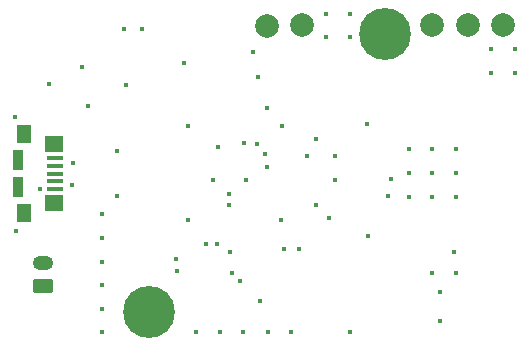
<source format=gbr>
G04 #@! TF.GenerationSoftware,KiCad,Pcbnew,6.0.11-2627ca5db0~126~ubuntu22.04.1*
G04 #@! TF.CreationDate,2023-11-29T16:22:24+00:00*
G04 #@! TF.ProjectId,GeoLoc,47656f4c-6f63-42e6-9b69-6361645f7063,rev?*
G04 #@! TF.SameCoordinates,PX44794c0PY22243c0*
G04 #@! TF.FileFunction,Soldermask,Bot*
G04 #@! TF.FilePolarity,Negative*
%FSLAX45Y45*%
G04 Gerber Fmt 4.5, Leading zero omitted, Abs format (unit mm)*
G04 Created by KiCad (PCBNEW 6.0.11-2627ca5db0~126~ubuntu22.04.1) date 2023-11-29 16:22:24*
%MOMM*%
%LPD*%
G01*
G04 APERTURE LIST*
G04 Aperture macros list*
%AMRoundRect*
0 Rectangle with rounded corners*
0 $1 Rounding radius*
0 $2 $3 $4 $5 $6 $7 $8 $9 X,Y pos of 4 corners*
0 Add a 4 corners polygon primitive as box body*
4,1,4,$2,$3,$4,$5,$6,$7,$8,$9,$2,$3,0*
0 Add four circle primitives for the rounded corners*
1,1,$1+$1,$2,$3*
1,1,$1+$1,$4,$5*
1,1,$1+$1,$6,$7*
1,1,$1+$1,$8,$9*
0 Add four rect primitives between the rounded corners*
20,1,$1+$1,$2,$3,$4,$5,0*
20,1,$1+$1,$4,$5,$6,$7,0*
20,1,$1+$1,$6,$7,$8,$9,0*
20,1,$1+$1,$8,$9,$2,$3,0*%
G04 Aperture macros list end*
%ADD10RoundRect,0.250000X0.625000X-0.350000X0.625000X0.350000X-0.625000X0.350000X-0.625000X-0.350000X0*%
%ADD11O,1.750000X1.200000*%
%ADD12C,4.400000*%
%ADD13R,1.380000X0.450000*%
%ADD14R,0.900000X1.800000*%
%ADD15R,1.300000X1.650000*%
%ADD16R,1.550000X1.425000*%
%ADD17R,0.900000X1.750000*%
%ADD18C,2.000000*%
%ADD19C,0.400000*%
G04 APERTURE END LIST*
D10*
X307000Y-2410000D03*
D11*
X307000Y-2210000D03*
D12*
X1200000Y-2625000D03*
X3200000Y-275000D03*
D13*
X410000Y-1585000D03*
X410000Y-1520000D03*
X410000Y-1455000D03*
X410000Y-1390000D03*
X410000Y-1325000D03*
D14*
X94000Y-1570000D03*
D15*
X144000Y-1117500D03*
X144000Y-1792500D03*
D16*
X401500Y-1703750D03*
D17*
X94000Y-1342500D03*
D16*
X401500Y-1206250D03*
D18*
X4200000Y-200000D03*
X3900000Y-200000D03*
X3600000Y-200000D03*
X2500000Y-200000D03*
X2200000Y-204000D03*
D19*
X2900000Y-300000D03*
X2700000Y-300000D03*
X2700000Y-100000D03*
X800000Y-1800000D03*
X800000Y-2200000D03*
X800000Y-2000000D03*
X800000Y-2800000D03*
X800000Y-2400000D03*
X800000Y-2600000D03*
X3600000Y-2300000D03*
X3800000Y-2300000D03*
X3669000Y-2705000D03*
X3664000Y-2456000D03*
X1905304Y-2293388D03*
X1973100Y-2366830D03*
X67000Y-977000D03*
X78000Y-1941000D03*
X356000Y-699000D03*
X635000Y-553000D03*
X1141000Y-234000D03*
X992000Y-234000D03*
X1003000Y-709000D03*
X683000Y-881000D03*
X278000Y-1585000D03*
X928000Y-1263000D03*
X2726000Y-1833000D03*
X2322000Y-1845000D03*
X1536000Y-1052000D03*
X2325000Y-1053000D03*
X1533000Y-1844000D03*
X1741000Y-1511000D03*
X2779000Y-1310000D03*
X2779000Y-1510000D03*
X4100000Y-600000D03*
X4100000Y-400000D03*
X4300000Y-400000D03*
X4300000Y-600000D03*
X2900000Y-100000D03*
X2404305Y-2800000D03*
X2900000Y-2800000D03*
X1600000Y-2800000D03*
X2000000Y-2800000D03*
X2210604Y-2800000D03*
X1800000Y-2800000D03*
X3800000Y-1450000D03*
X3600000Y-1250000D03*
X3600000Y-1650000D03*
X3600000Y-1450000D03*
X3400000Y-1450000D03*
X3800000Y-1250000D03*
X3800000Y-1650000D03*
X3400000Y-1650000D03*
X3400000Y-1250000D03*
X2027000Y-1510000D03*
X1782000Y-1233000D03*
X3046000Y-1031000D03*
X2471000Y-2091350D03*
X3783000Y-2117000D03*
X2537000Y-1307000D03*
X2202000Y-897000D03*
X2138000Y-2530000D03*
X2341000Y-2091350D03*
X1430000Y-2176000D03*
X1879000Y-1724000D03*
X1437269Y-2275686D03*
X1876000Y-1624000D03*
X1891650Y-2115039D03*
X3057000Y-1980000D03*
X1681631Y-2051531D03*
X3250000Y-1504000D03*
X1781550Y-2054030D03*
X3223000Y-1645000D03*
X2619000Y-1722000D03*
X2619000Y-1159000D03*
X2116000Y-1201000D03*
X2004000Y-1193000D03*
X2121176Y-635364D03*
X1495000Y-521000D03*
X2085000Y-423000D03*
X552998Y-1550002D03*
X556000Y-1362000D03*
X927750Y-1642750D03*
X2199000Y-1399000D03*
X2186000Y-1287000D03*
M02*

</source>
